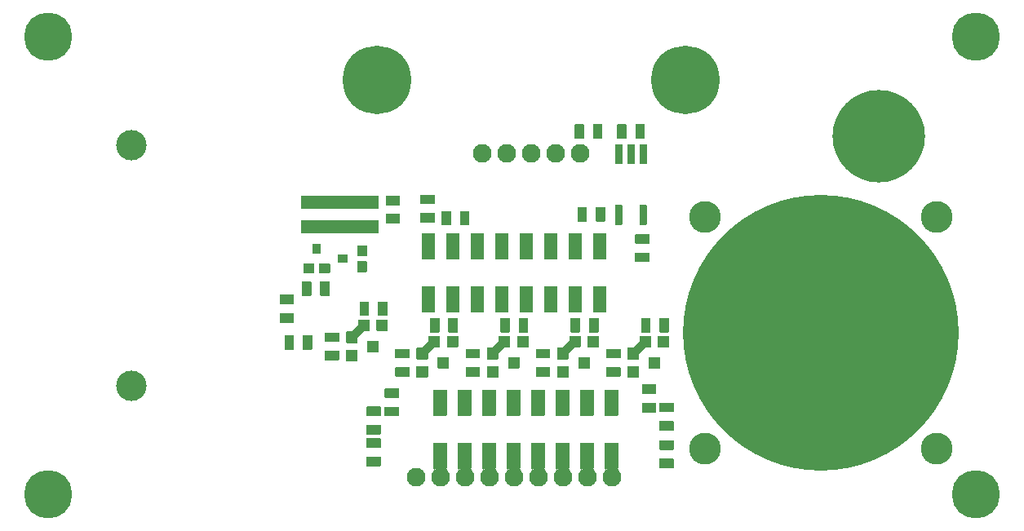
<source format=gbr>
G04 #@! TF.GenerationSoftware,KiCad,Pcbnew,(5.1.8)-1*
G04 #@! TF.CreationDate,2020-12-19T14:32:43-06:00*
G04 #@! TF.ProjectId,endcap,656e6463-6170-42e6-9b69-6361645f7063,2.1*
G04 #@! TF.SameCoordinates,PX2faf080PY2faf080*
G04 #@! TF.FileFunction,Soldermask,Bot*
G04 #@! TF.FilePolarity,Negative*
%FSLAX46Y46*%
G04 Gerber Fmt 4.6, Leading zero omitted, Abs format (unit mm)*
G04 Created by KiCad (PCBNEW (5.1.8)-1) date 2020-12-19 14:32:43*
%MOMM*%
%LPD*%
G01*
G04 APERTURE LIST*
%ADD10C,28.602000*%
%ADD11C,3.302000*%
%ADD12C,9.602000*%
%ADD13C,7.102000*%
%ADD14C,3.152000*%
%ADD15C,1.952000*%
%ADD16C,5.002000*%
%ADD17C,0.100000*%
G04 APERTURE END LIST*
D10*
X85000000Y-34500000D03*
D11*
X97000000Y-46500000D03*
X73000000Y-46500000D03*
X97000000Y-22500000D03*
X73000000Y-22500000D03*
G36*
G01*
X59452000Y-14298500D02*
X59452000Y-12901500D01*
G75*
G02*
X59503000Y-12850500I51000J0D01*
G01*
X60392000Y-12850500D01*
G75*
G02*
X60443000Y-12901500I0J-51000D01*
G01*
X60443000Y-14298500D01*
G75*
G02*
X60392000Y-14349500I-51000J0D01*
G01*
X59503000Y-14349500D01*
G75*
G02*
X59452000Y-14298500I0J51000D01*
G01*
G37*
G36*
G01*
X61357000Y-14298500D02*
X61357000Y-12901500D01*
G75*
G02*
X61408000Y-12850500I51000J0D01*
G01*
X62297000Y-12850500D01*
G75*
G02*
X62348000Y-12901500I0J-51000D01*
G01*
X62348000Y-14298500D01*
G75*
G02*
X62297000Y-14349500I-51000J0D01*
G01*
X61408000Y-14349500D01*
G75*
G02*
X61357000Y-14298500I0J51000D01*
G01*
G37*
D12*
X91000000Y-14100000D03*
D13*
X71000000Y-8235000D03*
X39000000Y-8235000D03*
D14*
X13500000Y-40000000D03*
X13500000Y-15000000D03*
D15*
X43000000Y-49500000D03*
X45540000Y-49500000D03*
X48080000Y-49500000D03*
X50620000Y-49500000D03*
X53160000Y-49500000D03*
X55700000Y-49500000D03*
X58240000Y-49500000D03*
X60780000Y-49500000D03*
X63320000Y-49500000D03*
G36*
G01*
X61430000Y-29699000D02*
X62730000Y-29699000D01*
G75*
G02*
X62781000Y-29750000I0J-51000D01*
G01*
X62781000Y-32350000D01*
G75*
G02*
X62730000Y-32401000I-51000J0D01*
G01*
X61430000Y-32401000D01*
G75*
G02*
X61379000Y-32350000I0J51000D01*
G01*
X61379000Y-29750000D01*
G75*
G02*
X61430000Y-29699000I51000J0D01*
G01*
G37*
G36*
G01*
X61430000Y-24199000D02*
X62730000Y-24199000D01*
G75*
G02*
X62781000Y-24250000I0J-51000D01*
G01*
X62781000Y-26850000D01*
G75*
G02*
X62730000Y-26901000I-51000J0D01*
G01*
X61430000Y-26901000D01*
G75*
G02*
X61379000Y-26850000I0J51000D01*
G01*
X61379000Y-24250000D01*
G75*
G02*
X61430000Y-24199000I51000J0D01*
G01*
G37*
G36*
G01*
X58890000Y-29699000D02*
X60190000Y-29699000D01*
G75*
G02*
X60241000Y-29750000I0J-51000D01*
G01*
X60241000Y-32350000D01*
G75*
G02*
X60190000Y-32401000I-51000J0D01*
G01*
X58890000Y-32401000D01*
G75*
G02*
X58839000Y-32350000I0J51000D01*
G01*
X58839000Y-29750000D01*
G75*
G02*
X58890000Y-29699000I51000J0D01*
G01*
G37*
G36*
G01*
X58890000Y-24199000D02*
X60190000Y-24199000D01*
G75*
G02*
X60241000Y-24250000I0J-51000D01*
G01*
X60241000Y-26850000D01*
G75*
G02*
X60190000Y-26901000I-51000J0D01*
G01*
X58890000Y-26901000D01*
G75*
G02*
X58839000Y-26850000I0J51000D01*
G01*
X58839000Y-24250000D01*
G75*
G02*
X58890000Y-24199000I51000J0D01*
G01*
G37*
G36*
G01*
X56350000Y-29699000D02*
X57650000Y-29699000D01*
G75*
G02*
X57701000Y-29750000I0J-51000D01*
G01*
X57701000Y-32350000D01*
G75*
G02*
X57650000Y-32401000I-51000J0D01*
G01*
X56350000Y-32401000D01*
G75*
G02*
X56299000Y-32350000I0J51000D01*
G01*
X56299000Y-29750000D01*
G75*
G02*
X56350000Y-29699000I51000J0D01*
G01*
G37*
G36*
G01*
X56350000Y-24199000D02*
X57650000Y-24199000D01*
G75*
G02*
X57701000Y-24250000I0J-51000D01*
G01*
X57701000Y-26850000D01*
G75*
G02*
X57650000Y-26901000I-51000J0D01*
G01*
X56350000Y-26901000D01*
G75*
G02*
X56299000Y-26850000I0J51000D01*
G01*
X56299000Y-24250000D01*
G75*
G02*
X56350000Y-24199000I51000J0D01*
G01*
G37*
G36*
G01*
X53810000Y-29699000D02*
X55110000Y-29699000D01*
G75*
G02*
X55161000Y-29750000I0J-51000D01*
G01*
X55161000Y-32350000D01*
G75*
G02*
X55110000Y-32401000I-51000J0D01*
G01*
X53810000Y-32401000D01*
G75*
G02*
X53759000Y-32350000I0J51000D01*
G01*
X53759000Y-29750000D01*
G75*
G02*
X53810000Y-29699000I51000J0D01*
G01*
G37*
G36*
G01*
X53810000Y-24199000D02*
X55110000Y-24199000D01*
G75*
G02*
X55161000Y-24250000I0J-51000D01*
G01*
X55161000Y-26850000D01*
G75*
G02*
X55110000Y-26901000I-51000J0D01*
G01*
X53810000Y-26901000D01*
G75*
G02*
X53759000Y-26850000I0J51000D01*
G01*
X53759000Y-24250000D01*
G75*
G02*
X53810000Y-24199000I51000J0D01*
G01*
G37*
G36*
G01*
X51270000Y-29699000D02*
X52570000Y-29699000D01*
G75*
G02*
X52621000Y-29750000I0J-51000D01*
G01*
X52621000Y-32350000D01*
G75*
G02*
X52570000Y-32401000I-51000J0D01*
G01*
X51270000Y-32401000D01*
G75*
G02*
X51219000Y-32350000I0J51000D01*
G01*
X51219000Y-29750000D01*
G75*
G02*
X51270000Y-29699000I51000J0D01*
G01*
G37*
G36*
G01*
X51270000Y-24199000D02*
X52570000Y-24199000D01*
G75*
G02*
X52621000Y-24250000I0J-51000D01*
G01*
X52621000Y-26850000D01*
G75*
G02*
X52570000Y-26901000I-51000J0D01*
G01*
X51270000Y-26901000D01*
G75*
G02*
X51219000Y-26850000I0J51000D01*
G01*
X51219000Y-24250000D01*
G75*
G02*
X51270000Y-24199000I51000J0D01*
G01*
G37*
G36*
G01*
X48730000Y-29699000D02*
X50030000Y-29699000D01*
G75*
G02*
X50081000Y-29750000I0J-51000D01*
G01*
X50081000Y-32350000D01*
G75*
G02*
X50030000Y-32401000I-51000J0D01*
G01*
X48730000Y-32401000D01*
G75*
G02*
X48679000Y-32350000I0J51000D01*
G01*
X48679000Y-29750000D01*
G75*
G02*
X48730000Y-29699000I51000J0D01*
G01*
G37*
G36*
G01*
X48730000Y-24199000D02*
X50030000Y-24199000D01*
G75*
G02*
X50081000Y-24250000I0J-51000D01*
G01*
X50081000Y-26850000D01*
G75*
G02*
X50030000Y-26901000I-51000J0D01*
G01*
X48730000Y-26901000D01*
G75*
G02*
X48679000Y-26850000I0J51000D01*
G01*
X48679000Y-24250000D01*
G75*
G02*
X48730000Y-24199000I51000J0D01*
G01*
G37*
G36*
G01*
X46190000Y-29699000D02*
X47490000Y-29699000D01*
G75*
G02*
X47541000Y-29750000I0J-51000D01*
G01*
X47541000Y-32350000D01*
G75*
G02*
X47490000Y-32401000I-51000J0D01*
G01*
X46190000Y-32401000D01*
G75*
G02*
X46139000Y-32350000I0J51000D01*
G01*
X46139000Y-29750000D01*
G75*
G02*
X46190000Y-29699000I51000J0D01*
G01*
G37*
G36*
G01*
X46190000Y-24199000D02*
X47490000Y-24199000D01*
G75*
G02*
X47541000Y-24250000I0J-51000D01*
G01*
X47541000Y-26850000D01*
G75*
G02*
X47490000Y-26901000I-51000J0D01*
G01*
X46190000Y-26901000D01*
G75*
G02*
X46139000Y-26850000I0J51000D01*
G01*
X46139000Y-24250000D01*
G75*
G02*
X46190000Y-24199000I51000J0D01*
G01*
G37*
G36*
G01*
X43650000Y-29699000D02*
X44950000Y-29699000D01*
G75*
G02*
X45001000Y-29750000I0J-51000D01*
G01*
X45001000Y-32350000D01*
G75*
G02*
X44950000Y-32401000I-51000J0D01*
G01*
X43650000Y-32401000D01*
G75*
G02*
X43599000Y-32350000I0J51000D01*
G01*
X43599000Y-29750000D01*
G75*
G02*
X43650000Y-29699000I51000J0D01*
G01*
G37*
G36*
G01*
X43650000Y-24199000D02*
X44950000Y-24199000D01*
G75*
G02*
X45001000Y-24250000I0J-51000D01*
G01*
X45001000Y-26850000D01*
G75*
G02*
X44950000Y-26901000I-51000J0D01*
G01*
X43650000Y-26901000D01*
G75*
G02*
X43599000Y-26850000I0J51000D01*
G01*
X43599000Y-24250000D01*
G75*
G02*
X43650000Y-24199000I51000J0D01*
G01*
G37*
G36*
G01*
X62630000Y-45899000D02*
X63930000Y-45899000D01*
G75*
G02*
X63981000Y-45950000I0J-51000D01*
G01*
X63981000Y-48550000D01*
G75*
G02*
X63930000Y-48601000I-51000J0D01*
G01*
X62630000Y-48601000D01*
G75*
G02*
X62579000Y-48550000I0J51000D01*
G01*
X62579000Y-45950000D01*
G75*
G02*
X62630000Y-45899000I51000J0D01*
G01*
G37*
G36*
G01*
X62630000Y-40399000D02*
X63930000Y-40399000D01*
G75*
G02*
X63981000Y-40450000I0J-51000D01*
G01*
X63981000Y-43050000D01*
G75*
G02*
X63930000Y-43101000I-51000J0D01*
G01*
X62630000Y-43101000D01*
G75*
G02*
X62579000Y-43050000I0J51000D01*
G01*
X62579000Y-40450000D01*
G75*
G02*
X62630000Y-40399000I51000J0D01*
G01*
G37*
G36*
G01*
X60090000Y-45899000D02*
X61390000Y-45899000D01*
G75*
G02*
X61441000Y-45950000I0J-51000D01*
G01*
X61441000Y-48550000D01*
G75*
G02*
X61390000Y-48601000I-51000J0D01*
G01*
X60090000Y-48601000D01*
G75*
G02*
X60039000Y-48550000I0J51000D01*
G01*
X60039000Y-45950000D01*
G75*
G02*
X60090000Y-45899000I51000J0D01*
G01*
G37*
G36*
G01*
X60090000Y-40399000D02*
X61390000Y-40399000D01*
G75*
G02*
X61441000Y-40450000I0J-51000D01*
G01*
X61441000Y-43050000D01*
G75*
G02*
X61390000Y-43101000I-51000J0D01*
G01*
X60090000Y-43101000D01*
G75*
G02*
X60039000Y-43050000I0J51000D01*
G01*
X60039000Y-40450000D01*
G75*
G02*
X60090000Y-40399000I51000J0D01*
G01*
G37*
G36*
G01*
X57550000Y-45899000D02*
X58850000Y-45899000D01*
G75*
G02*
X58901000Y-45950000I0J-51000D01*
G01*
X58901000Y-48550000D01*
G75*
G02*
X58850000Y-48601000I-51000J0D01*
G01*
X57550000Y-48601000D01*
G75*
G02*
X57499000Y-48550000I0J51000D01*
G01*
X57499000Y-45950000D01*
G75*
G02*
X57550000Y-45899000I51000J0D01*
G01*
G37*
G36*
G01*
X57550000Y-40399000D02*
X58850000Y-40399000D01*
G75*
G02*
X58901000Y-40450000I0J-51000D01*
G01*
X58901000Y-43050000D01*
G75*
G02*
X58850000Y-43101000I-51000J0D01*
G01*
X57550000Y-43101000D01*
G75*
G02*
X57499000Y-43050000I0J51000D01*
G01*
X57499000Y-40450000D01*
G75*
G02*
X57550000Y-40399000I51000J0D01*
G01*
G37*
G36*
G01*
X55010000Y-45899000D02*
X56310000Y-45899000D01*
G75*
G02*
X56361000Y-45950000I0J-51000D01*
G01*
X56361000Y-48550000D01*
G75*
G02*
X56310000Y-48601000I-51000J0D01*
G01*
X55010000Y-48601000D01*
G75*
G02*
X54959000Y-48550000I0J51000D01*
G01*
X54959000Y-45950000D01*
G75*
G02*
X55010000Y-45899000I51000J0D01*
G01*
G37*
G36*
G01*
X55010000Y-40399000D02*
X56310000Y-40399000D01*
G75*
G02*
X56361000Y-40450000I0J-51000D01*
G01*
X56361000Y-43050000D01*
G75*
G02*
X56310000Y-43101000I-51000J0D01*
G01*
X55010000Y-43101000D01*
G75*
G02*
X54959000Y-43050000I0J51000D01*
G01*
X54959000Y-40450000D01*
G75*
G02*
X55010000Y-40399000I51000J0D01*
G01*
G37*
G36*
G01*
X52470000Y-45899000D02*
X53770000Y-45899000D01*
G75*
G02*
X53821000Y-45950000I0J-51000D01*
G01*
X53821000Y-48550000D01*
G75*
G02*
X53770000Y-48601000I-51000J0D01*
G01*
X52470000Y-48601000D01*
G75*
G02*
X52419000Y-48550000I0J51000D01*
G01*
X52419000Y-45950000D01*
G75*
G02*
X52470000Y-45899000I51000J0D01*
G01*
G37*
G36*
G01*
X52470000Y-40399000D02*
X53770000Y-40399000D01*
G75*
G02*
X53821000Y-40450000I0J-51000D01*
G01*
X53821000Y-43050000D01*
G75*
G02*
X53770000Y-43101000I-51000J0D01*
G01*
X52470000Y-43101000D01*
G75*
G02*
X52419000Y-43050000I0J51000D01*
G01*
X52419000Y-40450000D01*
G75*
G02*
X52470000Y-40399000I51000J0D01*
G01*
G37*
G36*
G01*
X49930000Y-45899000D02*
X51230000Y-45899000D01*
G75*
G02*
X51281000Y-45950000I0J-51000D01*
G01*
X51281000Y-48550000D01*
G75*
G02*
X51230000Y-48601000I-51000J0D01*
G01*
X49930000Y-48601000D01*
G75*
G02*
X49879000Y-48550000I0J51000D01*
G01*
X49879000Y-45950000D01*
G75*
G02*
X49930000Y-45899000I51000J0D01*
G01*
G37*
G36*
G01*
X49930000Y-40399000D02*
X51230000Y-40399000D01*
G75*
G02*
X51281000Y-40450000I0J-51000D01*
G01*
X51281000Y-43050000D01*
G75*
G02*
X51230000Y-43101000I-51000J0D01*
G01*
X49930000Y-43101000D01*
G75*
G02*
X49879000Y-43050000I0J51000D01*
G01*
X49879000Y-40450000D01*
G75*
G02*
X49930000Y-40399000I51000J0D01*
G01*
G37*
G36*
G01*
X47390000Y-45899000D02*
X48690000Y-45899000D01*
G75*
G02*
X48741000Y-45950000I0J-51000D01*
G01*
X48741000Y-48550000D01*
G75*
G02*
X48690000Y-48601000I-51000J0D01*
G01*
X47390000Y-48601000D01*
G75*
G02*
X47339000Y-48550000I0J51000D01*
G01*
X47339000Y-45950000D01*
G75*
G02*
X47390000Y-45899000I51000J0D01*
G01*
G37*
G36*
G01*
X47390000Y-40399000D02*
X48690000Y-40399000D01*
G75*
G02*
X48741000Y-40450000I0J-51000D01*
G01*
X48741000Y-43050000D01*
G75*
G02*
X48690000Y-43101000I-51000J0D01*
G01*
X47390000Y-43101000D01*
G75*
G02*
X47339000Y-43050000I0J51000D01*
G01*
X47339000Y-40450000D01*
G75*
G02*
X47390000Y-40399000I51000J0D01*
G01*
G37*
G36*
G01*
X44850000Y-45899000D02*
X46150000Y-45899000D01*
G75*
G02*
X46201000Y-45950000I0J-51000D01*
G01*
X46201000Y-48550000D01*
G75*
G02*
X46150000Y-48601000I-51000J0D01*
G01*
X44850000Y-48601000D01*
G75*
G02*
X44799000Y-48550000I0J51000D01*
G01*
X44799000Y-45950000D01*
G75*
G02*
X44850000Y-45899000I51000J0D01*
G01*
G37*
G36*
G01*
X44850000Y-40399000D02*
X46150000Y-40399000D01*
G75*
G02*
X46201000Y-40450000I0J-51000D01*
G01*
X46201000Y-43050000D01*
G75*
G02*
X46150000Y-43101000I-51000J0D01*
G01*
X44850000Y-43101000D01*
G75*
G02*
X44799000Y-43050000I0J51000D01*
G01*
X44799000Y-40450000D01*
G75*
G02*
X44850000Y-40399000I51000J0D01*
G01*
G37*
D16*
X4875000Y-3750000D03*
X101125000Y-3750000D03*
X101125000Y-51250000D03*
X4875000Y-51250000D03*
G36*
G01*
X37460326Y-33273989D02*
X38026011Y-33839674D01*
G75*
G02*
X38026011Y-33911798I-36062J-36062D01*
G01*
X36611798Y-35326011D01*
G75*
G02*
X36539674Y-35326011I-36062J36062D01*
G01*
X35973989Y-34760326D01*
G75*
G02*
X35973989Y-34688202I36062J36062D01*
G01*
X37388202Y-33273989D01*
G75*
G02*
X37460326Y-33273989I36062J-36062D01*
G01*
G37*
G36*
G01*
X35800000Y-36249000D02*
X36900000Y-36249000D01*
G75*
G02*
X36951000Y-36300000I0J-51000D01*
G01*
X36951000Y-37400000D01*
G75*
G02*
X36900000Y-37451000I-51000J0D01*
G01*
X35800000Y-37451000D01*
G75*
G02*
X35749000Y-37400000I0J51000D01*
G01*
X35749000Y-36300000D01*
G75*
G02*
X35800000Y-36249000I51000J0D01*
G01*
G37*
G36*
G01*
X35800000Y-34349000D02*
X36900000Y-34349000D01*
G75*
G02*
X36951000Y-34400000I0J-51000D01*
G01*
X36951000Y-35500000D01*
G75*
G02*
X36900000Y-35551000I-51000J0D01*
G01*
X35800000Y-35551000D01*
G75*
G02*
X35749000Y-35500000I0J51000D01*
G01*
X35749000Y-34400000D01*
G75*
G02*
X35800000Y-34349000I51000J0D01*
G01*
G37*
G36*
G01*
X38000000Y-35299000D02*
X39100000Y-35299000D01*
G75*
G02*
X39151000Y-35350000I0J-51000D01*
G01*
X39151000Y-36450000D01*
G75*
G02*
X39100000Y-36501000I-51000J0D01*
G01*
X38000000Y-36501000D01*
G75*
G02*
X37949000Y-36450000I0J51000D01*
G01*
X37949000Y-35350000D01*
G75*
G02*
X38000000Y-35299000I51000J0D01*
G01*
G37*
G36*
G01*
X37050000Y-33099000D02*
X38150000Y-33099000D01*
G75*
G02*
X38201000Y-33150000I0J-51000D01*
G01*
X38201000Y-34250000D01*
G75*
G02*
X38150000Y-34301000I-51000J0D01*
G01*
X37050000Y-34301000D01*
G75*
G02*
X36999000Y-34250000I0J51000D01*
G01*
X36999000Y-33150000D01*
G75*
G02*
X37050000Y-33099000I51000J0D01*
G01*
G37*
G36*
G01*
X38950000Y-33099000D02*
X40050000Y-33099000D01*
G75*
G02*
X40101000Y-33150000I0J-51000D01*
G01*
X40101000Y-34250000D01*
G75*
G02*
X40050000Y-34301000I-51000J0D01*
G01*
X38950000Y-34301000D01*
G75*
G02*
X38899000Y-34250000I0J51000D01*
G01*
X38899000Y-33150000D01*
G75*
G02*
X38950000Y-33099000I51000J0D01*
G01*
G37*
G36*
G01*
X46250000Y-34799000D02*
X47350000Y-34799000D01*
G75*
G02*
X47401000Y-34850000I0J-51000D01*
G01*
X47401000Y-35950000D01*
G75*
G02*
X47350000Y-36001000I-51000J0D01*
G01*
X46250000Y-36001000D01*
G75*
G02*
X46199000Y-35950000I0J51000D01*
G01*
X46199000Y-34850000D01*
G75*
G02*
X46250000Y-34799000I51000J0D01*
G01*
G37*
G36*
G01*
X44350000Y-34799000D02*
X45450000Y-34799000D01*
G75*
G02*
X45501000Y-34850000I0J-51000D01*
G01*
X45501000Y-35950000D01*
G75*
G02*
X45450000Y-36001000I-51000J0D01*
G01*
X44350000Y-36001000D01*
G75*
G02*
X44299000Y-35950000I0J51000D01*
G01*
X44299000Y-34850000D01*
G75*
G02*
X44350000Y-34799000I51000J0D01*
G01*
G37*
G36*
G01*
X45300000Y-36999000D02*
X46400000Y-36999000D01*
G75*
G02*
X46451000Y-37050000I0J-51000D01*
G01*
X46451000Y-38150000D01*
G75*
G02*
X46400000Y-38201000I-51000J0D01*
G01*
X45300000Y-38201000D01*
G75*
G02*
X45249000Y-38150000I0J51000D01*
G01*
X45249000Y-37050000D01*
G75*
G02*
X45300000Y-36999000I51000J0D01*
G01*
G37*
G36*
G01*
X43100000Y-36049000D02*
X44200000Y-36049000D01*
G75*
G02*
X44251000Y-36100000I0J-51000D01*
G01*
X44251000Y-37200000D01*
G75*
G02*
X44200000Y-37251000I-51000J0D01*
G01*
X43100000Y-37251000D01*
G75*
G02*
X43049000Y-37200000I0J51000D01*
G01*
X43049000Y-36100000D01*
G75*
G02*
X43100000Y-36049000I51000J0D01*
G01*
G37*
G36*
G01*
X43100000Y-37949000D02*
X44200000Y-37949000D01*
G75*
G02*
X44251000Y-38000000I0J-51000D01*
G01*
X44251000Y-39100000D01*
G75*
G02*
X44200000Y-39151000I-51000J0D01*
G01*
X43100000Y-39151000D01*
G75*
G02*
X43049000Y-39100000I0J51000D01*
G01*
X43049000Y-38000000D01*
G75*
G02*
X43100000Y-37949000I51000J0D01*
G01*
G37*
G36*
G01*
X44760326Y-34973989D02*
X45326011Y-35539674D01*
G75*
G02*
X45326011Y-35611798I-36062J-36062D01*
G01*
X43911798Y-37026011D01*
G75*
G02*
X43839674Y-37026011I-36062J36062D01*
G01*
X43273989Y-36460326D01*
G75*
G02*
X43273989Y-36388202I36062J36062D01*
G01*
X44688202Y-34973989D01*
G75*
G02*
X44760326Y-34973989I36062J-36062D01*
G01*
G37*
G36*
G01*
X53550000Y-34799000D02*
X54650000Y-34799000D01*
G75*
G02*
X54701000Y-34850000I0J-51000D01*
G01*
X54701000Y-35950000D01*
G75*
G02*
X54650000Y-36001000I-51000J0D01*
G01*
X53550000Y-36001000D01*
G75*
G02*
X53499000Y-35950000I0J51000D01*
G01*
X53499000Y-34850000D01*
G75*
G02*
X53550000Y-34799000I51000J0D01*
G01*
G37*
G36*
G01*
X51650000Y-34799000D02*
X52750000Y-34799000D01*
G75*
G02*
X52801000Y-34850000I0J-51000D01*
G01*
X52801000Y-35950000D01*
G75*
G02*
X52750000Y-36001000I-51000J0D01*
G01*
X51650000Y-36001000D01*
G75*
G02*
X51599000Y-35950000I0J51000D01*
G01*
X51599000Y-34850000D01*
G75*
G02*
X51650000Y-34799000I51000J0D01*
G01*
G37*
G36*
G01*
X52600000Y-36999000D02*
X53700000Y-36999000D01*
G75*
G02*
X53751000Y-37050000I0J-51000D01*
G01*
X53751000Y-38150000D01*
G75*
G02*
X53700000Y-38201000I-51000J0D01*
G01*
X52600000Y-38201000D01*
G75*
G02*
X52549000Y-38150000I0J51000D01*
G01*
X52549000Y-37050000D01*
G75*
G02*
X52600000Y-36999000I51000J0D01*
G01*
G37*
G36*
G01*
X50400000Y-36049000D02*
X51500000Y-36049000D01*
G75*
G02*
X51551000Y-36100000I0J-51000D01*
G01*
X51551000Y-37200000D01*
G75*
G02*
X51500000Y-37251000I-51000J0D01*
G01*
X50400000Y-37251000D01*
G75*
G02*
X50349000Y-37200000I0J51000D01*
G01*
X50349000Y-36100000D01*
G75*
G02*
X50400000Y-36049000I51000J0D01*
G01*
G37*
G36*
G01*
X50400000Y-37949000D02*
X51500000Y-37949000D01*
G75*
G02*
X51551000Y-38000000I0J-51000D01*
G01*
X51551000Y-39100000D01*
G75*
G02*
X51500000Y-39151000I-51000J0D01*
G01*
X50400000Y-39151000D01*
G75*
G02*
X50349000Y-39100000I0J51000D01*
G01*
X50349000Y-38000000D01*
G75*
G02*
X50400000Y-37949000I51000J0D01*
G01*
G37*
G36*
G01*
X52060326Y-34973989D02*
X52626011Y-35539674D01*
G75*
G02*
X52626011Y-35611798I-36062J-36062D01*
G01*
X51211798Y-37026011D01*
G75*
G02*
X51139674Y-37026011I-36062J36062D01*
G01*
X50573989Y-36460326D01*
G75*
G02*
X50573989Y-36388202I36062J36062D01*
G01*
X51988202Y-34973989D01*
G75*
G02*
X52060326Y-34973989I36062J-36062D01*
G01*
G37*
G36*
G01*
X59360326Y-34973989D02*
X59926011Y-35539674D01*
G75*
G02*
X59926011Y-35611798I-36062J-36062D01*
G01*
X58511798Y-37026011D01*
G75*
G02*
X58439674Y-37026011I-36062J36062D01*
G01*
X57873989Y-36460326D01*
G75*
G02*
X57873989Y-36388202I36062J36062D01*
G01*
X59288202Y-34973989D01*
G75*
G02*
X59360326Y-34973989I36062J-36062D01*
G01*
G37*
G36*
G01*
X57700000Y-37949000D02*
X58800000Y-37949000D01*
G75*
G02*
X58851000Y-38000000I0J-51000D01*
G01*
X58851000Y-39100000D01*
G75*
G02*
X58800000Y-39151000I-51000J0D01*
G01*
X57700000Y-39151000D01*
G75*
G02*
X57649000Y-39100000I0J51000D01*
G01*
X57649000Y-38000000D01*
G75*
G02*
X57700000Y-37949000I51000J0D01*
G01*
G37*
G36*
G01*
X57700000Y-36049000D02*
X58800000Y-36049000D01*
G75*
G02*
X58851000Y-36100000I0J-51000D01*
G01*
X58851000Y-37200000D01*
G75*
G02*
X58800000Y-37251000I-51000J0D01*
G01*
X57700000Y-37251000D01*
G75*
G02*
X57649000Y-37200000I0J51000D01*
G01*
X57649000Y-36100000D01*
G75*
G02*
X57700000Y-36049000I51000J0D01*
G01*
G37*
G36*
G01*
X59900000Y-36999000D02*
X61000000Y-36999000D01*
G75*
G02*
X61051000Y-37050000I0J-51000D01*
G01*
X61051000Y-38150000D01*
G75*
G02*
X61000000Y-38201000I-51000J0D01*
G01*
X59900000Y-38201000D01*
G75*
G02*
X59849000Y-38150000I0J51000D01*
G01*
X59849000Y-37050000D01*
G75*
G02*
X59900000Y-36999000I51000J0D01*
G01*
G37*
G36*
G01*
X58950000Y-34799000D02*
X60050000Y-34799000D01*
G75*
G02*
X60101000Y-34850000I0J-51000D01*
G01*
X60101000Y-35950000D01*
G75*
G02*
X60050000Y-36001000I-51000J0D01*
G01*
X58950000Y-36001000D01*
G75*
G02*
X58899000Y-35950000I0J51000D01*
G01*
X58899000Y-34850000D01*
G75*
G02*
X58950000Y-34799000I51000J0D01*
G01*
G37*
G36*
G01*
X60850000Y-34799000D02*
X61950000Y-34799000D01*
G75*
G02*
X62001000Y-34850000I0J-51000D01*
G01*
X62001000Y-35950000D01*
G75*
G02*
X61950000Y-36001000I-51000J0D01*
G01*
X60850000Y-36001000D01*
G75*
G02*
X60799000Y-35950000I0J51000D01*
G01*
X60799000Y-34850000D01*
G75*
G02*
X60850000Y-34799000I51000J0D01*
G01*
G37*
G36*
G01*
X68150000Y-34799000D02*
X69250000Y-34799000D01*
G75*
G02*
X69301000Y-34850000I0J-51000D01*
G01*
X69301000Y-35950000D01*
G75*
G02*
X69250000Y-36001000I-51000J0D01*
G01*
X68150000Y-36001000D01*
G75*
G02*
X68099000Y-35950000I0J51000D01*
G01*
X68099000Y-34850000D01*
G75*
G02*
X68150000Y-34799000I51000J0D01*
G01*
G37*
G36*
G01*
X66250000Y-34799000D02*
X67350000Y-34799000D01*
G75*
G02*
X67401000Y-34850000I0J-51000D01*
G01*
X67401000Y-35950000D01*
G75*
G02*
X67350000Y-36001000I-51000J0D01*
G01*
X66250000Y-36001000D01*
G75*
G02*
X66199000Y-35950000I0J51000D01*
G01*
X66199000Y-34850000D01*
G75*
G02*
X66250000Y-34799000I51000J0D01*
G01*
G37*
G36*
G01*
X67200000Y-36999000D02*
X68300000Y-36999000D01*
G75*
G02*
X68351000Y-37050000I0J-51000D01*
G01*
X68351000Y-38150000D01*
G75*
G02*
X68300000Y-38201000I-51000J0D01*
G01*
X67200000Y-38201000D01*
G75*
G02*
X67149000Y-38150000I0J51000D01*
G01*
X67149000Y-37050000D01*
G75*
G02*
X67200000Y-36999000I51000J0D01*
G01*
G37*
G36*
G01*
X65000000Y-36049000D02*
X66100000Y-36049000D01*
G75*
G02*
X66151000Y-36100000I0J-51000D01*
G01*
X66151000Y-37200000D01*
G75*
G02*
X66100000Y-37251000I-51000J0D01*
G01*
X65000000Y-37251000D01*
G75*
G02*
X64949000Y-37200000I0J51000D01*
G01*
X64949000Y-36100000D01*
G75*
G02*
X65000000Y-36049000I51000J0D01*
G01*
G37*
G36*
G01*
X65000000Y-37949000D02*
X66100000Y-37949000D01*
G75*
G02*
X66151000Y-38000000I0J-51000D01*
G01*
X66151000Y-39100000D01*
G75*
G02*
X66100000Y-39151000I-51000J0D01*
G01*
X65000000Y-39151000D01*
G75*
G02*
X64949000Y-39100000I0J51000D01*
G01*
X64949000Y-38000000D01*
G75*
G02*
X65000000Y-37949000I51000J0D01*
G01*
G37*
G36*
G01*
X66660326Y-34973989D02*
X67226011Y-35539674D01*
G75*
G02*
X67226011Y-35611798I-36062J-36062D01*
G01*
X65811798Y-37026011D01*
G75*
G02*
X65739674Y-37026011I-36062J36062D01*
G01*
X65173989Y-36460326D01*
G75*
G02*
X65173989Y-36388202I36062J36062D01*
G01*
X66588202Y-34973989D01*
G75*
G02*
X66660326Y-34973989I36062J-36062D01*
G01*
G37*
G36*
G01*
X34998500Y-37348000D02*
X33601500Y-37348000D01*
G75*
G02*
X33550500Y-37297000I0J51000D01*
G01*
X33550500Y-36408000D01*
G75*
G02*
X33601500Y-36357000I51000J0D01*
G01*
X34998500Y-36357000D01*
G75*
G02*
X35049500Y-36408000I0J-51000D01*
G01*
X35049500Y-37297000D01*
G75*
G02*
X34998500Y-37348000I-51000J0D01*
G01*
G37*
G36*
G01*
X34998500Y-35443000D02*
X33601500Y-35443000D01*
G75*
G02*
X33550500Y-35392000I0J51000D01*
G01*
X33550500Y-34503000D01*
G75*
G02*
X33601500Y-34452000I51000J0D01*
G01*
X34998500Y-34452000D01*
G75*
G02*
X35049500Y-34503000I0J-51000D01*
G01*
X35049500Y-35392000D01*
G75*
G02*
X34998500Y-35443000I-51000J0D01*
G01*
G37*
G36*
G01*
X39057000Y-32698500D02*
X39057000Y-31301500D01*
G75*
G02*
X39108000Y-31250500I51000J0D01*
G01*
X39997000Y-31250500D01*
G75*
G02*
X40048000Y-31301500I0J-51000D01*
G01*
X40048000Y-32698500D01*
G75*
G02*
X39997000Y-32749500I-51000J0D01*
G01*
X39108000Y-32749500D01*
G75*
G02*
X39057000Y-32698500I0J51000D01*
G01*
G37*
G36*
G01*
X37152000Y-32698500D02*
X37152000Y-31301500D01*
G75*
G02*
X37203000Y-31250500I51000J0D01*
G01*
X38092000Y-31250500D01*
G75*
G02*
X38143000Y-31301500I0J-51000D01*
G01*
X38143000Y-32698500D01*
G75*
G02*
X38092000Y-32749500I-51000J0D01*
G01*
X37203000Y-32749500D01*
G75*
G02*
X37152000Y-32698500I0J51000D01*
G01*
G37*
G36*
G01*
X42298500Y-39048000D02*
X40901500Y-39048000D01*
G75*
G02*
X40850500Y-38997000I0J51000D01*
G01*
X40850500Y-38108000D01*
G75*
G02*
X40901500Y-38057000I51000J0D01*
G01*
X42298500Y-38057000D01*
G75*
G02*
X42349500Y-38108000I0J-51000D01*
G01*
X42349500Y-38997000D01*
G75*
G02*
X42298500Y-39048000I-51000J0D01*
G01*
G37*
G36*
G01*
X42298500Y-37143000D02*
X40901500Y-37143000D01*
G75*
G02*
X40850500Y-37092000I0J51000D01*
G01*
X40850500Y-36203000D01*
G75*
G02*
X40901500Y-36152000I51000J0D01*
G01*
X42298500Y-36152000D01*
G75*
G02*
X42349500Y-36203000I0J-51000D01*
G01*
X42349500Y-37092000D01*
G75*
G02*
X42298500Y-37143000I-51000J0D01*
G01*
G37*
G36*
G01*
X46357000Y-34398500D02*
X46357000Y-33001500D01*
G75*
G02*
X46408000Y-32950500I51000J0D01*
G01*
X47297000Y-32950500D01*
G75*
G02*
X47348000Y-33001500I0J-51000D01*
G01*
X47348000Y-34398500D01*
G75*
G02*
X47297000Y-34449500I-51000J0D01*
G01*
X46408000Y-34449500D01*
G75*
G02*
X46357000Y-34398500I0J51000D01*
G01*
G37*
G36*
G01*
X44452000Y-34398500D02*
X44452000Y-33001500D01*
G75*
G02*
X44503000Y-32950500I51000J0D01*
G01*
X45392000Y-32950500D01*
G75*
G02*
X45443000Y-33001500I0J-51000D01*
G01*
X45443000Y-34398500D01*
G75*
G02*
X45392000Y-34449500I-51000J0D01*
G01*
X44503000Y-34449500D01*
G75*
G02*
X44452000Y-34398500I0J51000D01*
G01*
G37*
G36*
G01*
X49598500Y-39048000D02*
X48201500Y-39048000D01*
G75*
G02*
X48150500Y-38997000I0J51000D01*
G01*
X48150500Y-38108000D01*
G75*
G02*
X48201500Y-38057000I51000J0D01*
G01*
X49598500Y-38057000D01*
G75*
G02*
X49649500Y-38108000I0J-51000D01*
G01*
X49649500Y-38997000D01*
G75*
G02*
X49598500Y-39048000I-51000J0D01*
G01*
G37*
G36*
G01*
X49598500Y-37143000D02*
X48201500Y-37143000D01*
G75*
G02*
X48150500Y-37092000I0J51000D01*
G01*
X48150500Y-36203000D01*
G75*
G02*
X48201500Y-36152000I51000J0D01*
G01*
X49598500Y-36152000D01*
G75*
G02*
X49649500Y-36203000I0J-51000D01*
G01*
X49649500Y-37092000D01*
G75*
G02*
X49598500Y-37143000I-51000J0D01*
G01*
G37*
G36*
G01*
X53657000Y-34398500D02*
X53657000Y-33001500D01*
G75*
G02*
X53708000Y-32950500I51000J0D01*
G01*
X54597000Y-32950500D01*
G75*
G02*
X54648000Y-33001500I0J-51000D01*
G01*
X54648000Y-34398500D01*
G75*
G02*
X54597000Y-34449500I-51000J0D01*
G01*
X53708000Y-34449500D01*
G75*
G02*
X53657000Y-34398500I0J51000D01*
G01*
G37*
G36*
G01*
X51752000Y-34398500D02*
X51752000Y-33001500D01*
G75*
G02*
X51803000Y-32950500I51000J0D01*
G01*
X52692000Y-32950500D01*
G75*
G02*
X52743000Y-33001500I0J-51000D01*
G01*
X52743000Y-34398500D01*
G75*
G02*
X52692000Y-34449500I-51000J0D01*
G01*
X51803000Y-34449500D01*
G75*
G02*
X51752000Y-34398500I0J51000D01*
G01*
G37*
G36*
G01*
X56898500Y-39048000D02*
X55501500Y-39048000D01*
G75*
G02*
X55450500Y-38997000I0J51000D01*
G01*
X55450500Y-38108000D01*
G75*
G02*
X55501500Y-38057000I51000J0D01*
G01*
X56898500Y-38057000D01*
G75*
G02*
X56949500Y-38108000I0J-51000D01*
G01*
X56949500Y-38997000D01*
G75*
G02*
X56898500Y-39048000I-51000J0D01*
G01*
G37*
G36*
G01*
X56898500Y-37143000D02*
X55501500Y-37143000D01*
G75*
G02*
X55450500Y-37092000I0J51000D01*
G01*
X55450500Y-36203000D01*
G75*
G02*
X55501500Y-36152000I51000J0D01*
G01*
X56898500Y-36152000D01*
G75*
G02*
X56949500Y-36203000I0J-51000D01*
G01*
X56949500Y-37092000D01*
G75*
G02*
X56898500Y-37143000I-51000J0D01*
G01*
G37*
G36*
G01*
X60957000Y-34398500D02*
X60957000Y-33001500D01*
G75*
G02*
X61008000Y-32950500I51000J0D01*
G01*
X61897000Y-32950500D01*
G75*
G02*
X61948000Y-33001500I0J-51000D01*
G01*
X61948000Y-34398500D01*
G75*
G02*
X61897000Y-34449500I-51000J0D01*
G01*
X61008000Y-34449500D01*
G75*
G02*
X60957000Y-34398500I0J51000D01*
G01*
G37*
G36*
G01*
X59052000Y-34398500D02*
X59052000Y-33001500D01*
G75*
G02*
X59103000Y-32950500I51000J0D01*
G01*
X59992000Y-32950500D01*
G75*
G02*
X60043000Y-33001500I0J-51000D01*
G01*
X60043000Y-34398500D01*
G75*
G02*
X59992000Y-34449500I-51000J0D01*
G01*
X59103000Y-34449500D01*
G75*
G02*
X59052000Y-34398500I0J51000D01*
G01*
G37*
G36*
G01*
X64198500Y-39048000D02*
X62801500Y-39048000D01*
G75*
G02*
X62750500Y-38997000I0J51000D01*
G01*
X62750500Y-38108000D01*
G75*
G02*
X62801500Y-38057000I51000J0D01*
G01*
X64198500Y-38057000D01*
G75*
G02*
X64249500Y-38108000I0J-51000D01*
G01*
X64249500Y-38997000D01*
G75*
G02*
X64198500Y-39048000I-51000J0D01*
G01*
G37*
G36*
G01*
X64198500Y-37143000D02*
X62801500Y-37143000D01*
G75*
G02*
X62750500Y-37092000I0J51000D01*
G01*
X62750500Y-36203000D01*
G75*
G02*
X62801500Y-36152000I51000J0D01*
G01*
X64198500Y-36152000D01*
G75*
G02*
X64249500Y-36203000I0J-51000D01*
G01*
X64249500Y-37092000D01*
G75*
G02*
X64198500Y-37143000I-51000J0D01*
G01*
G37*
G36*
G01*
X68257000Y-34398500D02*
X68257000Y-33001500D01*
G75*
G02*
X68308000Y-32950500I51000J0D01*
G01*
X69197000Y-32950500D01*
G75*
G02*
X69248000Y-33001500I0J-51000D01*
G01*
X69248000Y-34398500D01*
G75*
G02*
X69197000Y-34449500I-51000J0D01*
G01*
X68308000Y-34449500D01*
G75*
G02*
X68257000Y-34398500I0J51000D01*
G01*
G37*
G36*
G01*
X66352000Y-34398500D02*
X66352000Y-33001500D01*
G75*
G02*
X66403000Y-32950500I51000J0D01*
G01*
X67292000Y-32950500D01*
G75*
G02*
X67343000Y-33001500I0J-51000D01*
G01*
X67343000Y-34398500D01*
G75*
G02*
X67292000Y-34449500I-51000J0D01*
G01*
X66403000Y-34449500D01*
G75*
G02*
X66352000Y-34398500I0J51000D01*
G01*
G37*
G36*
G01*
X66748000Y-12901500D02*
X66748000Y-14298500D01*
G75*
G02*
X66697000Y-14349500I-51000J0D01*
G01*
X65808000Y-14349500D01*
G75*
G02*
X65757000Y-14298500I0J51000D01*
G01*
X65757000Y-12901500D01*
G75*
G02*
X65808000Y-12850500I51000J0D01*
G01*
X66697000Y-12850500D01*
G75*
G02*
X66748000Y-12901500I0J-51000D01*
G01*
G37*
G36*
G01*
X64843000Y-12901500D02*
X64843000Y-14298500D01*
G75*
G02*
X64792000Y-14349500I-51000J0D01*
G01*
X63903000Y-14349500D01*
G75*
G02*
X63852000Y-14298500I0J51000D01*
G01*
X63852000Y-12901500D01*
G75*
G02*
X63903000Y-12850500I51000J0D01*
G01*
X64792000Y-12850500D01*
G75*
G02*
X64843000Y-12901500I0J-51000D01*
G01*
G37*
G36*
G01*
X32248000Y-34801500D02*
X32248000Y-36198500D01*
G75*
G02*
X32197000Y-36249500I-51000J0D01*
G01*
X31308000Y-36249500D01*
G75*
G02*
X31257000Y-36198500I0J51000D01*
G01*
X31257000Y-34801500D01*
G75*
G02*
X31308000Y-34750500I51000J0D01*
G01*
X32197000Y-34750500D01*
G75*
G02*
X32248000Y-34801500I0J-51000D01*
G01*
G37*
G36*
G01*
X30343000Y-34801500D02*
X30343000Y-36198500D01*
G75*
G02*
X30292000Y-36249500I-51000J0D01*
G01*
X29403000Y-36249500D01*
G75*
G02*
X29352000Y-36198500I0J51000D01*
G01*
X29352000Y-34801500D01*
G75*
G02*
X29403000Y-34750500I51000J0D01*
G01*
X30292000Y-34750500D01*
G75*
G02*
X30343000Y-34801500I0J-51000D01*
G01*
G37*
G36*
G01*
X65801500Y-24252000D02*
X67198500Y-24252000D01*
G75*
G02*
X67249500Y-24303000I0J-51000D01*
G01*
X67249500Y-25192000D01*
G75*
G02*
X67198500Y-25243000I-51000J0D01*
G01*
X65801500Y-25243000D01*
G75*
G02*
X65750500Y-25192000I0J51000D01*
G01*
X65750500Y-24303000D01*
G75*
G02*
X65801500Y-24252000I51000J0D01*
G01*
G37*
G36*
G01*
X65801500Y-26157000D02*
X67198500Y-26157000D01*
G75*
G02*
X67249500Y-26208000I0J-51000D01*
G01*
X67249500Y-27097000D01*
G75*
G02*
X67198500Y-27148000I-51000J0D01*
G01*
X65801500Y-27148000D01*
G75*
G02*
X65750500Y-27097000I0J51000D01*
G01*
X65750500Y-26208000D01*
G75*
G02*
X65801500Y-26157000I51000J0D01*
G01*
G37*
G36*
G01*
X60743000Y-21501500D02*
X60743000Y-22898500D01*
G75*
G02*
X60692000Y-22949500I-51000J0D01*
G01*
X59803000Y-22949500D01*
G75*
G02*
X59752000Y-22898500I0J51000D01*
G01*
X59752000Y-21501500D01*
G75*
G02*
X59803000Y-21450500I51000J0D01*
G01*
X60692000Y-21450500D01*
G75*
G02*
X60743000Y-21501500I0J-51000D01*
G01*
G37*
G36*
G01*
X62648000Y-21501500D02*
X62648000Y-22898500D01*
G75*
G02*
X62597000Y-22949500I-51000J0D01*
G01*
X61708000Y-22949500D01*
G75*
G02*
X61657000Y-22898500I0J51000D01*
G01*
X61657000Y-21501500D01*
G75*
G02*
X61708000Y-21450500I51000J0D01*
G01*
X62597000Y-21450500D01*
G75*
G02*
X62648000Y-21501500I0J-51000D01*
G01*
G37*
G36*
G01*
X66890000Y-23301000D02*
X66250000Y-23301000D01*
G75*
G02*
X66199000Y-23250000I0J51000D01*
G01*
X66199000Y-21250000D01*
G75*
G02*
X66250000Y-21199000I51000J0D01*
G01*
X66890000Y-21199000D01*
G75*
G02*
X66941000Y-21250000I0J-51000D01*
G01*
X66941000Y-23250000D01*
G75*
G02*
X66890000Y-23301000I-51000J0D01*
G01*
G37*
G36*
G01*
X64350000Y-23301000D02*
X63710000Y-23301000D01*
G75*
G02*
X63659000Y-23250000I0J51000D01*
G01*
X63659000Y-21250000D01*
G75*
G02*
X63710000Y-21199000I51000J0D01*
G01*
X64350000Y-21199000D01*
G75*
G02*
X64401000Y-21250000I0J-51000D01*
G01*
X64401000Y-23250000D01*
G75*
G02*
X64350000Y-23301000I-51000J0D01*
G01*
G37*
G36*
G01*
X64350000Y-17001000D02*
X63710000Y-17001000D01*
G75*
G02*
X63659000Y-16950000I0J51000D01*
G01*
X63659000Y-14950000D01*
G75*
G02*
X63710000Y-14899000I51000J0D01*
G01*
X64350000Y-14899000D01*
G75*
G02*
X64401000Y-14950000I0J-51000D01*
G01*
X64401000Y-16950000D01*
G75*
G02*
X64350000Y-17001000I-51000J0D01*
G01*
G37*
G36*
G01*
X65620000Y-17001000D02*
X64980000Y-17001000D01*
G75*
G02*
X64929000Y-16950000I0J51000D01*
G01*
X64929000Y-14950000D01*
G75*
G02*
X64980000Y-14899000I51000J0D01*
G01*
X65620000Y-14899000D01*
G75*
G02*
X65671000Y-14950000I0J-51000D01*
G01*
X65671000Y-16950000D01*
G75*
G02*
X65620000Y-17001000I-51000J0D01*
G01*
G37*
G36*
G01*
X66890000Y-17001000D02*
X66250000Y-17001000D01*
G75*
G02*
X66199000Y-16950000I0J51000D01*
G01*
X66199000Y-14950000D01*
G75*
G02*
X66250000Y-14899000I51000J0D01*
G01*
X66890000Y-14899000D01*
G75*
G02*
X66941000Y-14950000I0J-51000D01*
G01*
X66941000Y-16950000D01*
G75*
G02*
X66890000Y-17001000I-51000J0D01*
G01*
G37*
D15*
X60000000Y-15900000D03*
X57460000Y-15900000D03*
X54920000Y-15900000D03*
X52380000Y-15900000D03*
X49840000Y-15900000D03*
G36*
G01*
X30298500Y-33448000D02*
X28901500Y-33448000D01*
G75*
G02*
X28850500Y-33397000I0J51000D01*
G01*
X28850500Y-32508000D01*
G75*
G02*
X28901500Y-32457000I51000J0D01*
G01*
X30298500Y-32457000D01*
G75*
G02*
X30349500Y-32508000I0J-51000D01*
G01*
X30349500Y-33397000D01*
G75*
G02*
X30298500Y-33448000I-51000J0D01*
G01*
G37*
G36*
G01*
X30298500Y-31543000D02*
X28901500Y-31543000D01*
G75*
G02*
X28850500Y-31492000I0J51000D01*
G01*
X28850500Y-30603000D01*
G75*
G02*
X28901500Y-30552000I51000J0D01*
G01*
X30298500Y-30552000D01*
G75*
G02*
X30349500Y-30603000I0J-51000D01*
G01*
X30349500Y-31492000D01*
G75*
G02*
X30298500Y-31543000I-51000J0D01*
G01*
G37*
G36*
G01*
X31049000Y-24150000D02*
X31049000Y-22850000D01*
G75*
G02*
X31100000Y-22799000I51000J0D01*
G01*
X39100000Y-22799000D01*
G75*
G02*
X39151000Y-22850000I0J-51000D01*
G01*
X39151000Y-24150000D01*
G75*
G02*
X39100000Y-24201000I-51000J0D01*
G01*
X31100000Y-24201000D01*
G75*
G02*
X31049000Y-24150000I0J51000D01*
G01*
G37*
G36*
G01*
X31049000Y-21610000D02*
X31049000Y-20310000D01*
G75*
G02*
X31100000Y-20259000I51000J0D01*
G01*
X39100000Y-20259000D01*
G75*
G02*
X39151000Y-20310000I0J-51000D01*
G01*
X39151000Y-21610000D01*
G75*
G02*
X39100000Y-21661000I-51000J0D01*
G01*
X31100000Y-21661000D01*
G75*
G02*
X31049000Y-21610000I0J51000D01*
G01*
G37*
G36*
G01*
X36950000Y-25399000D02*
X37850000Y-25399000D01*
G75*
G02*
X37901000Y-25450000I0J-51000D01*
G01*
X37901000Y-26500000D01*
G75*
G02*
X37850000Y-26551000I-51000J0D01*
G01*
X36950000Y-26551000D01*
G75*
G02*
X36899000Y-26500000I0J51000D01*
G01*
X36899000Y-25450000D01*
G75*
G02*
X36950000Y-25399000I51000J0D01*
G01*
G37*
G36*
G01*
X34950000Y-26349000D02*
X35850000Y-26349000D01*
G75*
G02*
X35901000Y-26400000I0J-51000D01*
G01*
X35901000Y-27200000D01*
G75*
G02*
X35850000Y-27251000I-51000J0D01*
G01*
X34950000Y-27251000D01*
G75*
G02*
X34899000Y-27200000I0J51000D01*
G01*
X34899000Y-26400000D01*
G75*
G02*
X34950000Y-26349000I51000J0D01*
G01*
G37*
G36*
G01*
X36950000Y-27049000D02*
X37850000Y-27049000D01*
G75*
G02*
X37901000Y-27100000I0J-51000D01*
G01*
X37901000Y-28150000D01*
G75*
G02*
X37850000Y-28201000I-51000J0D01*
G01*
X36950000Y-28201000D01*
G75*
G02*
X36899000Y-28150000I0J51000D01*
G01*
X36899000Y-27100000D01*
G75*
G02*
X36950000Y-27049000I51000J0D01*
G01*
G37*
G36*
G01*
X32451000Y-27350000D02*
X32451000Y-28250000D01*
G75*
G02*
X32400000Y-28301000I-51000J0D01*
G01*
X31350000Y-28301000D01*
G75*
G02*
X31299000Y-28250000I0J51000D01*
G01*
X31299000Y-27350000D01*
G75*
G02*
X31350000Y-27299000I51000J0D01*
G01*
X32400000Y-27299000D01*
G75*
G02*
X32451000Y-27350000I0J-51000D01*
G01*
G37*
G36*
G01*
X33151000Y-25350000D02*
X33151000Y-26250000D01*
G75*
G02*
X33100000Y-26301000I-51000J0D01*
G01*
X32300000Y-26301000D01*
G75*
G02*
X32249000Y-26250000I0J51000D01*
G01*
X32249000Y-25350000D01*
G75*
G02*
X32300000Y-25299000I51000J0D01*
G01*
X33100000Y-25299000D01*
G75*
G02*
X33151000Y-25350000I0J-51000D01*
G01*
G37*
G36*
G01*
X34101000Y-27350000D02*
X34101000Y-28250000D01*
G75*
G02*
X34050000Y-28301000I-51000J0D01*
G01*
X33000000Y-28301000D01*
G75*
G02*
X32949000Y-28250000I0J51000D01*
G01*
X32949000Y-27350000D01*
G75*
G02*
X33000000Y-27299000I51000J0D01*
G01*
X34050000Y-27299000D01*
G75*
G02*
X34101000Y-27350000I0J-51000D01*
G01*
G37*
G36*
G01*
X33057000Y-30598500D02*
X33057000Y-29201500D01*
G75*
G02*
X33108000Y-29150500I51000J0D01*
G01*
X33997000Y-29150500D01*
G75*
G02*
X34048000Y-29201500I0J-51000D01*
G01*
X34048000Y-30598500D01*
G75*
G02*
X33997000Y-30649500I-51000J0D01*
G01*
X33108000Y-30649500D01*
G75*
G02*
X33057000Y-30598500I0J51000D01*
G01*
G37*
G36*
G01*
X31152000Y-30598500D02*
X31152000Y-29201500D01*
G75*
G02*
X31203000Y-29150500I51000J0D01*
G01*
X32092000Y-29150500D01*
G75*
G02*
X32143000Y-29201500I0J-51000D01*
G01*
X32143000Y-30598500D01*
G75*
G02*
X32092000Y-30649500I-51000J0D01*
G01*
X31203000Y-30649500D01*
G75*
G02*
X31152000Y-30598500I0J51000D01*
G01*
G37*
G36*
G01*
X39901500Y-20252000D02*
X41298500Y-20252000D01*
G75*
G02*
X41349500Y-20303000I0J-51000D01*
G01*
X41349500Y-21192000D01*
G75*
G02*
X41298500Y-21243000I-51000J0D01*
G01*
X39901500Y-21243000D01*
G75*
G02*
X39850500Y-21192000I0J51000D01*
G01*
X39850500Y-20303000D01*
G75*
G02*
X39901500Y-20252000I51000J0D01*
G01*
G37*
G36*
G01*
X39901500Y-22157000D02*
X41298500Y-22157000D01*
G75*
G02*
X41349500Y-22208000I0J-51000D01*
G01*
X41349500Y-23097000D01*
G75*
G02*
X41298500Y-23148000I-51000J0D01*
G01*
X39901500Y-23148000D01*
G75*
G02*
X39850500Y-23097000I0J51000D01*
G01*
X39850500Y-22208000D01*
G75*
G02*
X39901500Y-22157000I51000J0D01*
G01*
G37*
G36*
G01*
X68301500Y-45652000D02*
X69698500Y-45652000D01*
G75*
G02*
X69749500Y-45703000I0J-51000D01*
G01*
X69749500Y-46592000D01*
G75*
G02*
X69698500Y-46643000I-51000J0D01*
G01*
X68301500Y-46643000D01*
G75*
G02*
X68250500Y-46592000I0J51000D01*
G01*
X68250500Y-45703000D01*
G75*
G02*
X68301500Y-45652000I51000J0D01*
G01*
G37*
G36*
G01*
X68301500Y-47557000D02*
X69698500Y-47557000D01*
G75*
G02*
X69749500Y-47608000I0J-51000D01*
G01*
X69749500Y-48497000D01*
G75*
G02*
X69698500Y-48548000I-51000J0D01*
G01*
X68301500Y-48548000D01*
G75*
G02*
X68250500Y-48497000I0J51000D01*
G01*
X68250500Y-47608000D01*
G75*
G02*
X68301500Y-47557000I51000J0D01*
G01*
G37*
G36*
G01*
X37901500Y-47357000D02*
X39298500Y-47357000D01*
G75*
G02*
X39349500Y-47408000I0J-51000D01*
G01*
X39349500Y-48297000D01*
G75*
G02*
X39298500Y-48348000I-51000J0D01*
G01*
X37901500Y-48348000D01*
G75*
G02*
X37850500Y-48297000I0J51000D01*
G01*
X37850500Y-47408000D01*
G75*
G02*
X37901500Y-47357000I51000J0D01*
G01*
G37*
G36*
G01*
X37901500Y-45452000D02*
X39298500Y-45452000D01*
G75*
G02*
X39349500Y-45503000I0J-51000D01*
G01*
X39349500Y-46392000D01*
G75*
G02*
X39298500Y-46443000I-51000J0D01*
G01*
X37901500Y-46443000D01*
G75*
G02*
X37850500Y-46392000I0J51000D01*
G01*
X37850500Y-45503000D01*
G75*
G02*
X37901500Y-45452000I51000J0D01*
G01*
G37*
G36*
G01*
X66501500Y-39852000D02*
X67898500Y-39852000D01*
G75*
G02*
X67949500Y-39903000I0J-51000D01*
G01*
X67949500Y-40792000D01*
G75*
G02*
X67898500Y-40843000I-51000J0D01*
G01*
X66501500Y-40843000D01*
G75*
G02*
X66450500Y-40792000I0J51000D01*
G01*
X66450500Y-39903000D01*
G75*
G02*
X66501500Y-39852000I51000J0D01*
G01*
G37*
G36*
G01*
X66501500Y-41757000D02*
X67898500Y-41757000D01*
G75*
G02*
X67949500Y-41808000I0J-51000D01*
G01*
X67949500Y-42697000D01*
G75*
G02*
X67898500Y-42748000I-51000J0D01*
G01*
X66501500Y-42748000D01*
G75*
G02*
X66450500Y-42697000I0J51000D01*
G01*
X66450500Y-41808000D01*
G75*
G02*
X66501500Y-41757000I51000J0D01*
G01*
G37*
G36*
G01*
X69698500Y-42743000D02*
X68301500Y-42743000D01*
G75*
G02*
X68250500Y-42692000I0J51000D01*
G01*
X68250500Y-41803000D01*
G75*
G02*
X68301500Y-41752000I51000J0D01*
G01*
X69698500Y-41752000D01*
G75*
G02*
X69749500Y-41803000I0J-51000D01*
G01*
X69749500Y-42692000D01*
G75*
G02*
X69698500Y-42743000I-51000J0D01*
G01*
G37*
G36*
G01*
X69698500Y-44648000D02*
X68301500Y-44648000D01*
G75*
G02*
X68250500Y-44597000I0J51000D01*
G01*
X68250500Y-43708000D01*
G75*
G02*
X68301500Y-43657000I51000J0D01*
G01*
X69698500Y-43657000D01*
G75*
G02*
X69749500Y-43708000I0J-51000D01*
G01*
X69749500Y-44597000D01*
G75*
G02*
X69698500Y-44648000I-51000J0D01*
G01*
G37*
G36*
G01*
X37901500Y-44057000D02*
X39298500Y-44057000D01*
G75*
G02*
X39349500Y-44108000I0J-51000D01*
G01*
X39349500Y-44997000D01*
G75*
G02*
X39298500Y-45048000I-51000J0D01*
G01*
X37901500Y-45048000D01*
G75*
G02*
X37850500Y-44997000I0J51000D01*
G01*
X37850500Y-44108000D01*
G75*
G02*
X37901500Y-44057000I51000J0D01*
G01*
G37*
G36*
G01*
X37901500Y-42152000D02*
X39298500Y-42152000D01*
G75*
G02*
X39349500Y-42203000I0J-51000D01*
G01*
X39349500Y-43092000D01*
G75*
G02*
X39298500Y-43143000I-51000J0D01*
G01*
X37901500Y-43143000D01*
G75*
G02*
X37850500Y-43092000I0J51000D01*
G01*
X37850500Y-42203000D01*
G75*
G02*
X37901500Y-42152000I51000J0D01*
G01*
G37*
G36*
G01*
X41198500Y-43148000D02*
X39801500Y-43148000D01*
G75*
G02*
X39750500Y-43097000I0J51000D01*
G01*
X39750500Y-42208000D01*
G75*
G02*
X39801500Y-42157000I51000J0D01*
G01*
X41198500Y-42157000D01*
G75*
G02*
X41249500Y-42208000I0J-51000D01*
G01*
X41249500Y-43097000D01*
G75*
G02*
X41198500Y-43148000I-51000J0D01*
G01*
G37*
G36*
G01*
X41198500Y-41243000D02*
X39801500Y-41243000D01*
G75*
G02*
X39750500Y-41192000I0J51000D01*
G01*
X39750500Y-40303000D01*
G75*
G02*
X39801500Y-40252000I51000J0D01*
G01*
X41198500Y-40252000D01*
G75*
G02*
X41249500Y-40303000I0J-51000D01*
G01*
X41249500Y-41192000D01*
G75*
G02*
X41198500Y-41243000I-51000J0D01*
G01*
G37*
G36*
G01*
X43501500Y-22057000D02*
X44898500Y-22057000D01*
G75*
G02*
X44949500Y-22108000I0J-51000D01*
G01*
X44949500Y-22997000D01*
G75*
G02*
X44898500Y-23048000I-51000J0D01*
G01*
X43501500Y-23048000D01*
G75*
G02*
X43450500Y-22997000I0J51000D01*
G01*
X43450500Y-22108000D01*
G75*
G02*
X43501500Y-22057000I51000J0D01*
G01*
G37*
G36*
G01*
X43501500Y-20152000D02*
X44898500Y-20152000D01*
G75*
G02*
X44949500Y-20203000I0J-51000D01*
G01*
X44949500Y-21092000D01*
G75*
G02*
X44898500Y-21143000I-51000J0D01*
G01*
X43501500Y-21143000D01*
G75*
G02*
X43450500Y-21092000I0J51000D01*
G01*
X43450500Y-20203000D01*
G75*
G02*
X43501500Y-20152000I51000J0D01*
G01*
G37*
G36*
G01*
X48548000Y-21901500D02*
X48548000Y-23298500D01*
G75*
G02*
X48497000Y-23349500I-51000J0D01*
G01*
X47608000Y-23349500D01*
G75*
G02*
X47557000Y-23298500I0J51000D01*
G01*
X47557000Y-21901500D01*
G75*
G02*
X47608000Y-21850500I51000J0D01*
G01*
X48497000Y-21850500D01*
G75*
G02*
X48548000Y-21901500I0J-51000D01*
G01*
G37*
G36*
G01*
X46643000Y-21901500D02*
X46643000Y-23298500D01*
G75*
G02*
X46592000Y-23349500I-51000J0D01*
G01*
X45703000Y-23349500D01*
G75*
G02*
X45652000Y-23298500I0J51000D01*
G01*
X45652000Y-21901500D01*
G75*
G02*
X45703000Y-21850500I51000J0D01*
G01*
X46592000Y-21850500D01*
G75*
G02*
X46643000Y-21901500I0J-51000D01*
G01*
G37*
D17*
G36*
X53822732Y-48600000D02*
G01*
X53823000Y-48601000D01*
X53823000Y-48676415D01*
X53822764Y-48677358D01*
X53821922Y-48678933D01*
X53814922Y-48702008D01*
X53812559Y-48725999D01*
X53814922Y-48749990D01*
X53821922Y-48773065D01*
X53833287Y-48794329D01*
X53844808Y-48808367D01*
X53845134Y-48810341D01*
X53843588Y-48811609D01*
X53841848Y-48811050D01*
X53777894Y-48747096D01*
X53619136Y-48641018D01*
X53526987Y-48602848D01*
X53525769Y-48601261D01*
X53526534Y-48599413D01*
X53527752Y-48599000D01*
X53821000Y-48599000D01*
X53822732Y-48600000D01*
G37*
G36*
X56362732Y-48600000D02*
G01*
X56363000Y-48601000D01*
X56363000Y-48676415D01*
X56362764Y-48677358D01*
X56361922Y-48678933D01*
X56354922Y-48702008D01*
X56352559Y-48725999D01*
X56354922Y-48749990D01*
X56361922Y-48773065D01*
X56373287Y-48794329D01*
X56384808Y-48808367D01*
X56385134Y-48810341D01*
X56383588Y-48811609D01*
X56381848Y-48811050D01*
X56317894Y-48747096D01*
X56159136Y-48641018D01*
X56066987Y-48602848D01*
X56065769Y-48601261D01*
X56066534Y-48599413D01*
X56067752Y-48599000D01*
X56361000Y-48599000D01*
X56362732Y-48600000D01*
G37*
G36*
X58902732Y-48600000D02*
G01*
X58903000Y-48601000D01*
X58903000Y-48676415D01*
X58902764Y-48677358D01*
X58901922Y-48678933D01*
X58894922Y-48702008D01*
X58892559Y-48725999D01*
X58894922Y-48749990D01*
X58901922Y-48773065D01*
X58913287Y-48794329D01*
X58924808Y-48808367D01*
X58925134Y-48810341D01*
X58923588Y-48811609D01*
X58921848Y-48811050D01*
X58857894Y-48747096D01*
X58699136Y-48641018D01*
X58606987Y-48602848D01*
X58605769Y-48601261D01*
X58606534Y-48599413D01*
X58607752Y-48599000D01*
X58901000Y-48599000D01*
X58902732Y-48600000D01*
G37*
G36*
X48742732Y-48600000D02*
G01*
X48743000Y-48601000D01*
X48743000Y-48676415D01*
X48742764Y-48677358D01*
X48741922Y-48678933D01*
X48734922Y-48702008D01*
X48732559Y-48725999D01*
X48734922Y-48749990D01*
X48741922Y-48773065D01*
X48753287Y-48794329D01*
X48764808Y-48808367D01*
X48765134Y-48810341D01*
X48763588Y-48811609D01*
X48761848Y-48811050D01*
X48697894Y-48747096D01*
X48539136Y-48641018D01*
X48446987Y-48602848D01*
X48445769Y-48601261D01*
X48446534Y-48599413D01*
X48447752Y-48599000D01*
X48741000Y-48599000D01*
X48742732Y-48600000D01*
G37*
G36*
X63982732Y-48600000D02*
G01*
X63983000Y-48601000D01*
X63983000Y-48676415D01*
X63982764Y-48677358D01*
X63981922Y-48678933D01*
X63974922Y-48702008D01*
X63972559Y-48725999D01*
X63974922Y-48749990D01*
X63981922Y-48773065D01*
X63993287Y-48794329D01*
X64004808Y-48808367D01*
X64005134Y-48810341D01*
X64003588Y-48811609D01*
X64001848Y-48811050D01*
X63937894Y-48747096D01*
X63779136Y-48641018D01*
X63686987Y-48602848D01*
X63685769Y-48601261D01*
X63686534Y-48599413D01*
X63687752Y-48599000D01*
X63981000Y-48599000D01*
X63982732Y-48600000D01*
G37*
G36*
X46202732Y-48600000D02*
G01*
X46203000Y-48601000D01*
X46203000Y-48676415D01*
X46202764Y-48677358D01*
X46201922Y-48678933D01*
X46194922Y-48702008D01*
X46192559Y-48725999D01*
X46194922Y-48749990D01*
X46201922Y-48773065D01*
X46213287Y-48794329D01*
X46224808Y-48808367D01*
X46225134Y-48810341D01*
X46223588Y-48811609D01*
X46221848Y-48811050D01*
X46157894Y-48747096D01*
X45999136Y-48641018D01*
X45906987Y-48602848D01*
X45905769Y-48601261D01*
X45906534Y-48599413D01*
X45907752Y-48599000D01*
X46201000Y-48599000D01*
X46202732Y-48600000D01*
G37*
G36*
X61442732Y-48600000D02*
G01*
X61443000Y-48601000D01*
X61443000Y-48676415D01*
X61442764Y-48677358D01*
X61441922Y-48678933D01*
X61434922Y-48702008D01*
X61432559Y-48725999D01*
X61434922Y-48749990D01*
X61441922Y-48773065D01*
X61453287Y-48794329D01*
X61464808Y-48808367D01*
X61465134Y-48810341D01*
X61463588Y-48811609D01*
X61461848Y-48811050D01*
X61397894Y-48747096D01*
X61239136Y-48641018D01*
X61146987Y-48602848D01*
X61145769Y-48601261D01*
X61146534Y-48599413D01*
X61147752Y-48599000D01*
X61441000Y-48599000D01*
X61442732Y-48600000D01*
G37*
G36*
X51282732Y-48600000D02*
G01*
X51283000Y-48601000D01*
X51283000Y-48676415D01*
X51282764Y-48677358D01*
X51281922Y-48678933D01*
X51274922Y-48702008D01*
X51272559Y-48725999D01*
X51274922Y-48749990D01*
X51281922Y-48773065D01*
X51293287Y-48794329D01*
X51304808Y-48808367D01*
X51305134Y-48810341D01*
X51303588Y-48811609D01*
X51301848Y-48811050D01*
X51237894Y-48747096D01*
X51079136Y-48641018D01*
X50986987Y-48602848D01*
X50985769Y-48601261D01*
X50986534Y-48599413D01*
X50987752Y-48599000D01*
X51281000Y-48599000D01*
X51282732Y-48600000D01*
G37*
G36*
X47713980Y-48600000D02*
G01*
X47713980Y-48602000D01*
X47713013Y-48602848D01*
X47620864Y-48641018D01*
X47462106Y-48747096D01*
X47398152Y-48811050D01*
X47396220Y-48811568D01*
X47394806Y-48810154D01*
X47395192Y-48808367D01*
X47406713Y-48794329D01*
X47418078Y-48773065D01*
X47425078Y-48749990D01*
X47427441Y-48725999D01*
X47425078Y-48702008D01*
X47418078Y-48678933D01*
X47406713Y-48657669D01*
X47391418Y-48639032D01*
X47372781Y-48623737D01*
X47351517Y-48612372D01*
X47338419Y-48608399D01*
X47337000Y-48606485D01*
X47337000Y-48601000D01*
X47338000Y-48599268D01*
X47339000Y-48599000D01*
X47712248Y-48599000D01*
X47713980Y-48600000D01*
G37*
G36*
X60413980Y-48600000D02*
G01*
X60413980Y-48602000D01*
X60413013Y-48602848D01*
X60320864Y-48641018D01*
X60162106Y-48747096D01*
X60098152Y-48811050D01*
X60096220Y-48811568D01*
X60094806Y-48810154D01*
X60095192Y-48808367D01*
X60106713Y-48794329D01*
X60118078Y-48773065D01*
X60125078Y-48749990D01*
X60127441Y-48725999D01*
X60125078Y-48702008D01*
X60118078Y-48678933D01*
X60106713Y-48657669D01*
X60091418Y-48639032D01*
X60072781Y-48623737D01*
X60051517Y-48612372D01*
X60038419Y-48608399D01*
X60037000Y-48606485D01*
X60037000Y-48601000D01*
X60038000Y-48599268D01*
X60039000Y-48599000D01*
X60412248Y-48599000D01*
X60413980Y-48600000D01*
G37*
G36*
X52793980Y-48600000D02*
G01*
X52793980Y-48602000D01*
X52793013Y-48602848D01*
X52700864Y-48641018D01*
X52542106Y-48747096D01*
X52478152Y-48811050D01*
X52476220Y-48811568D01*
X52474806Y-48810154D01*
X52475192Y-48808367D01*
X52486713Y-48794329D01*
X52498078Y-48773065D01*
X52505078Y-48749990D01*
X52507441Y-48725999D01*
X52505078Y-48702008D01*
X52498078Y-48678933D01*
X52486713Y-48657669D01*
X52471418Y-48639032D01*
X52452781Y-48623737D01*
X52431517Y-48612372D01*
X52418419Y-48608399D01*
X52417000Y-48606485D01*
X52417000Y-48601000D01*
X52418000Y-48599268D01*
X52419000Y-48599000D01*
X52792248Y-48599000D01*
X52793980Y-48600000D01*
G37*
G36*
X62953980Y-48600000D02*
G01*
X62953980Y-48602000D01*
X62953013Y-48602848D01*
X62860864Y-48641018D01*
X62702106Y-48747096D01*
X62638152Y-48811050D01*
X62636220Y-48811568D01*
X62634806Y-48810154D01*
X62635192Y-48808367D01*
X62646713Y-48794329D01*
X62658078Y-48773065D01*
X62665078Y-48749990D01*
X62667441Y-48725999D01*
X62665078Y-48702008D01*
X62658078Y-48678933D01*
X62646713Y-48657669D01*
X62631418Y-48639032D01*
X62612781Y-48623737D01*
X62591517Y-48612372D01*
X62578419Y-48608399D01*
X62577000Y-48606485D01*
X62577000Y-48601000D01*
X62578000Y-48599268D01*
X62579000Y-48599000D01*
X62952248Y-48599000D01*
X62953980Y-48600000D01*
G37*
G36*
X55333980Y-48600000D02*
G01*
X55333980Y-48602000D01*
X55333013Y-48602848D01*
X55240864Y-48641018D01*
X55082106Y-48747096D01*
X55018152Y-48811050D01*
X55016220Y-48811568D01*
X55014806Y-48810154D01*
X55015192Y-48808367D01*
X55026713Y-48794329D01*
X55038078Y-48773065D01*
X55045078Y-48749990D01*
X55047441Y-48725999D01*
X55045078Y-48702008D01*
X55038078Y-48678933D01*
X55026713Y-48657669D01*
X55011418Y-48639032D01*
X54992781Y-48623737D01*
X54971517Y-48612372D01*
X54958419Y-48608399D01*
X54957000Y-48606485D01*
X54957000Y-48601000D01*
X54958000Y-48599268D01*
X54959000Y-48599000D01*
X55332248Y-48599000D01*
X55333980Y-48600000D01*
G37*
G36*
X57873980Y-48600000D02*
G01*
X57873980Y-48602000D01*
X57873013Y-48602848D01*
X57780864Y-48641018D01*
X57622106Y-48747096D01*
X57558152Y-48811050D01*
X57556220Y-48811568D01*
X57554806Y-48810154D01*
X57555192Y-48808367D01*
X57566713Y-48794329D01*
X57578078Y-48773065D01*
X57585078Y-48749990D01*
X57587441Y-48725999D01*
X57585078Y-48702008D01*
X57578078Y-48678933D01*
X57566713Y-48657669D01*
X57551418Y-48639032D01*
X57532781Y-48623737D01*
X57511517Y-48612372D01*
X57498419Y-48608399D01*
X57497000Y-48606485D01*
X57497000Y-48601000D01*
X57498000Y-48599268D01*
X57499000Y-48599000D01*
X57872248Y-48599000D01*
X57873980Y-48600000D01*
G37*
G36*
X50253980Y-48600000D02*
G01*
X50253980Y-48602000D01*
X50253013Y-48602848D01*
X50160864Y-48641018D01*
X50002106Y-48747096D01*
X49938152Y-48811050D01*
X49936220Y-48811568D01*
X49934806Y-48810154D01*
X49935192Y-48808367D01*
X49946713Y-48794329D01*
X49958078Y-48773065D01*
X49965078Y-48749990D01*
X49967441Y-48725999D01*
X49965078Y-48702008D01*
X49958078Y-48678933D01*
X49946713Y-48657669D01*
X49931418Y-48639032D01*
X49912781Y-48623737D01*
X49891517Y-48612372D01*
X49878419Y-48608399D01*
X49877000Y-48606485D01*
X49877000Y-48601000D01*
X49878000Y-48599268D01*
X49879000Y-48599000D01*
X50252248Y-48599000D01*
X50253980Y-48600000D01*
G37*
G36*
X45173980Y-48600000D02*
G01*
X45173980Y-48602000D01*
X45173013Y-48602848D01*
X45080864Y-48641018D01*
X44922106Y-48747096D01*
X44858152Y-48811050D01*
X44856220Y-48811568D01*
X44854806Y-48810154D01*
X44855192Y-48808367D01*
X44866713Y-48794329D01*
X44878078Y-48773065D01*
X44885078Y-48749990D01*
X44887441Y-48725999D01*
X44885078Y-48702008D01*
X44878078Y-48678933D01*
X44866713Y-48657669D01*
X44851418Y-48639032D01*
X44832781Y-48623737D01*
X44811517Y-48612372D01*
X44798419Y-48608399D01*
X44797000Y-48606485D01*
X44797000Y-48601000D01*
X44798000Y-48599268D01*
X44799000Y-48599000D01*
X45172248Y-48599000D01*
X45173980Y-48600000D01*
G37*
M02*

</source>
